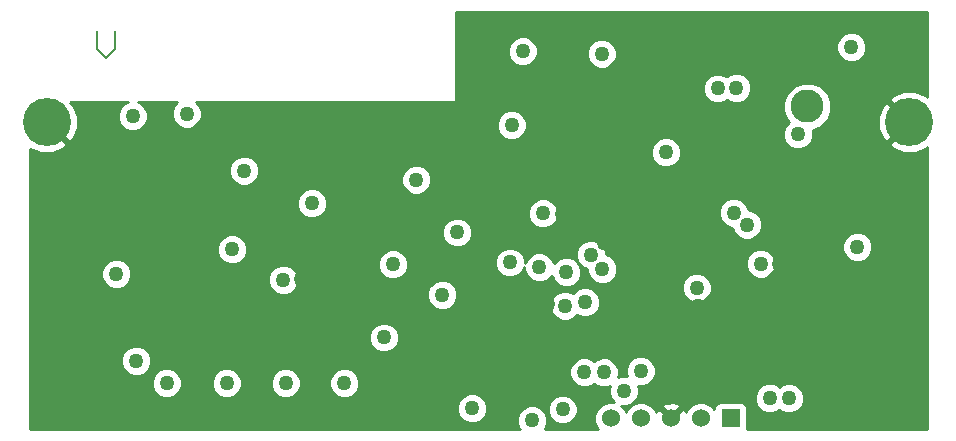
<source format=gbr>
G04 (created by PCBNEW-RS274X (2012-01-19 BZR 3256)-stable) date 5/26/2013 3:34:06 PM*
G01*
G70*
G90*
%MOIN*%
G04 Gerber Fmt 3.4, Leading zero omitted, Abs format*
%FSLAX34Y34*%
G04 APERTURE LIST*
%ADD10C,0.006000*%
%ADD11R,0.060000X0.060000*%
%ADD12C,0.060000*%
%ADD13C,0.160000*%
%ADD14C,0.110000*%
%ADD15C,0.050000*%
%ADD16C,0.007000*%
%ADD17C,0.010000*%
G04 APERTURE END LIST*
G54D10*
G54D11*
X33800Y-24000D03*
G54D12*
X32800Y-24000D03*
X31800Y-24000D03*
X30800Y-24000D03*
X29800Y-24000D03*
G54D13*
X39750Y-14120D03*
X11000Y-14120D03*
G54D14*
X36350Y-13600D03*
G54D15*
X29560Y-22460D03*
X36040Y-14520D03*
X28940Y-20120D03*
X28320Y-19120D03*
X31640Y-15120D03*
X27420Y-18960D03*
X26500Y-14220D03*
X26440Y-18800D03*
X22540Y-18860D03*
X24180Y-19880D03*
X26480Y-14960D03*
X35920Y-15800D03*
X28180Y-17200D03*
X15320Y-18760D03*
X24880Y-15160D03*
X33980Y-18340D03*
X38460Y-14220D03*
X39340Y-19500D03*
X36520Y-18740D03*
X34740Y-15120D03*
X34000Y-22060D03*
X32420Y-16360D03*
X32700Y-20260D03*
X14340Y-14500D03*
X13460Y-18060D03*
X19460Y-19340D03*
X32760Y-15340D03*
X35400Y-18840D03*
X17140Y-19060D03*
X24840Y-18560D03*
X17060Y-13980D03*
X36640Y-21120D03*
X34980Y-16740D03*
X23140Y-18420D03*
X29580Y-18140D03*
X27700Y-20200D03*
X36540Y-21860D03*
X37740Y-21260D03*
X17860Y-19400D03*
X15620Y-16420D03*
X12360Y-14340D03*
X30900Y-12240D03*
X13220Y-14220D03*
X11580Y-16620D03*
X20200Y-19360D03*
X30800Y-22420D03*
X35100Y-23320D03*
X15660Y-13840D03*
X28920Y-22460D03*
X30240Y-23080D03*
X22240Y-21300D03*
X25180Y-23660D03*
X27180Y-24060D03*
X19840Y-16820D03*
X13320Y-19180D03*
X32660Y-19640D03*
X29140Y-18540D03*
X17580Y-15740D03*
X23320Y-16040D03*
X38020Y-18280D03*
X35740Y-23320D03*
X33980Y-12980D03*
X34800Y-18840D03*
X29500Y-11840D03*
X34340Y-17540D03*
X24680Y-17800D03*
X18880Y-19380D03*
X33900Y-17140D03*
X13980Y-22080D03*
X33360Y-13000D03*
X27540Y-17160D03*
X15000Y-22820D03*
X28200Y-23700D03*
X17180Y-18360D03*
X37820Y-11620D03*
X29520Y-19020D03*
X28280Y-20240D03*
X20920Y-22820D03*
X17000Y-22820D03*
X13860Y-13920D03*
X18960Y-22820D03*
X26860Y-11760D03*
G54D16*
X12681Y-11676D02*
X12681Y-11076D01*
X13281Y-11676D02*
X12981Y-11976D01*
X13281Y-11076D02*
X13281Y-11676D01*
X12681Y-11676D02*
X12981Y-11976D01*
G54D10*
G36*
X40350Y-24350D02*
X38519Y-24350D01*
X38519Y-18379D01*
X38519Y-18181D01*
X38443Y-17998D01*
X38319Y-17873D01*
X38319Y-11719D01*
X38319Y-11521D01*
X38243Y-11338D01*
X38103Y-11197D01*
X37919Y-11121D01*
X37721Y-11121D01*
X37538Y-11197D01*
X37397Y-11337D01*
X37321Y-11521D01*
X37321Y-11719D01*
X37397Y-11902D01*
X37537Y-12043D01*
X37721Y-12119D01*
X37919Y-12119D01*
X38102Y-12043D01*
X38243Y-11903D01*
X38319Y-11719D01*
X38319Y-17873D01*
X38303Y-17857D01*
X38119Y-17781D01*
X37921Y-17781D01*
X37738Y-17857D01*
X37597Y-17997D01*
X37521Y-18181D01*
X37521Y-18379D01*
X37597Y-18562D01*
X37737Y-18703D01*
X37921Y-18779D01*
X38119Y-18779D01*
X38302Y-18703D01*
X38443Y-18563D01*
X38519Y-18379D01*
X38519Y-24350D01*
X37149Y-24350D01*
X37149Y-13760D01*
X37149Y-13442D01*
X37028Y-13148D01*
X36803Y-12923D01*
X36510Y-12801D01*
X36192Y-12801D01*
X35898Y-12922D01*
X35673Y-13147D01*
X35551Y-13440D01*
X35551Y-13758D01*
X35672Y-14052D01*
X35737Y-14117D01*
X35617Y-14237D01*
X35541Y-14421D01*
X35541Y-14619D01*
X35617Y-14802D01*
X35757Y-14943D01*
X35941Y-15019D01*
X36139Y-15019D01*
X36322Y-14943D01*
X36463Y-14803D01*
X36539Y-14619D01*
X36539Y-14421D01*
X36526Y-14391D01*
X36802Y-14278D01*
X37027Y-14053D01*
X37149Y-13760D01*
X37149Y-24350D01*
X36239Y-24350D01*
X36239Y-23419D01*
X36239Y-23221D01*
X36163Y-23038D01*
X36023Y-22897D01*
X35839Y-22821D01*
X35641Y-22821D01*
X35458Y-22897D01*
X35420Y-22934D01*
X35383Y-22897D01*
X35299Y-22862D01*
X35299Y-18939D01*
X35299Y-18741D01*
X35223Y-18558D01*
X35083Y-18417D01*
X34899Y-18341D01*
X34839Y-18341D01*
X34839Y-17639D01*
X34839Y-17441D01*
X34763Y-17258D01*
X34623Y-17117D01*
X34479Y-17057D01*
X34479Y-13079D01*
X34479Y-12881D01*
X34403Y-12698D01*
X34263Y-12557D01*
X34079Y-12481D01*
X33881Y-12481D01*
X33698Y-12557D01*
X33660Y-12594D01*
X33643Y-12577D01*
X33459Y-12501D01*
X33261Y-12501D01*
X33078Y-12577D01*
X32937Y-12717D01*
X32861Y-12901D01*
X32861Y-13099D01*
X32937Y-13282D01*
X33077Y-13423D01*
X33261Y-13499D01*
X33459Y-13499D01*
X33642Y-13423D01*
X33679Y-13385D01*
X33697Y-13403D01*
X33881Y-13479D01*
X34079Y-13479D01*
X34262Y-13403D01*
X34403Y-13263D01*
X34479Y-13079D01*
X34479Y-17057D01*
X34439Y-17041D01*
X34399Y-17041D01*
X34323Y-16858D01*
X34183Y-16717D01*
X33999Y-16641D01*
X33801Y-16641D01*
X33618Y-16717D01*
X33477Y-16857D01*
X33401Y-17041D01*
X33401Y-17239D01*
X33477Y-17422D01*
X33617Y-17563D01*
X33801Y-17639D01*
X33841Y-17639D01*
X33917Y-17822D01*
X34057Y-17963D01*
X34241Y-18039D01*
X34439Y-18039D01*
X34622Y-17963D01*
X34763Y-17823D01*
X34839Y-17639D01*
X34839Y-18341D01*
X34701Y-18341D01*
X34518Y-18417D01*
X34377Y-18557D01*
X34301Y-18741D01*
X34301Y-18939D01*
X34377Y-19122D01*
X34517Y-19263D01*
X34701Y-19339D01*
X34899Y-19339D01*
X35082Y-19263D01*
X35223Y-19123D01*
X35299Y-18939D01*
X35299Y-22862D01*
X35199Y-22821D01*
X35001Y-22821D01*
X34818Y-22897D01*
X34677Y-23037D01*
X34601Y-23221D01*
X34601Y-23419D01*
X34677Y-23602D01*
X34817Y-23743D01*
X35001Y-23819D01*
X35199Y-23819D01*
X35382Y-23743D01*
X35419Y-23705D01*
X35457Y-23743D01*
X35641Y-23819D01*
X35839Y-23819D01*
X36022Y-23743D01*
X36163Y-23603D01*
X36239Y-23419D01*
X36239Y-24350D01*
X34349Y-24350D01*
X34349Y-24251D01*
X34349Y-23651D01*
X34311Y-23559D01*
X34241Y-23489D01*
X34150Y-23451D01*
X34051Y-23451D01*
X33451Y-23451D01*
X33359Y-23489D01*
X33289Y-23559D01*
X33251Y-23650D01*
X33251Y-23675D01*
X33159Y-23583D01*
X33159Y-19739D01*
X33159Y-19541D01*
X33083Y-19358D01*
X32943Y-19217D01*
X32759Y-19141D01*
X32561Y-19141D01*
X32378Y-19217D01*
X32237Y-19357D01*
X32161Y-19541D01*
X32161Y-19739D01*
X32237Y-19922D01*
X32377Y-20063D01*
X32561Y-20139D01*
X32759Y-20139D01*
X32942Y-20063D01*
X33083Y-19923D01*
X33159Y-19739D01*
X33159Y-23583D01*
X33111Y-23535D01*
X32909Y-23451D01*
X32691Y-23451D01*
X32489Y-23535D01*
X32335Y-23689D01*
X32297Y-23780D01*
X32272Y-23719D01*
X32178Y-23692D01*
X32139Y-23731D01*
X32139Y-15219D01*
X32139Y-15021D01*
X32063Y-14838D01*
X31923Y-14697D01*
X31739Y-14621D01*
X31541Y-14621D01*
X31358Y-14697D01*
X31217Y-14837D01*
X31141Y-15021D01*
X31141Y-15219D01*
X31217Y-15402D01*
X31357Y-15543D01*
X31541Y-15619D01*
X31739Y-15619D01*
X31922Y-15543D01*
X32063Y-15403D01*
X32139Y-15219D01*
X32139Y-23731D01*
X32108Y-23762D01*
X32108Y-23622D01*
X32081Y-23528D01*
X31879Y-23457D01*
X31666Y-23468D01*
X31519Y-23528D01*
X31492Y-23622D01*
X31800Y-23929D01*
X32108Y-23622D01*
X32108Y-23762D01*
X31871Y-24000D01*
X31800Y-24071D01*
X31729Y-24000D01*
X31694Y-23965D01*
X31422Y-23692D01*
X31328Y-23719D01*
X31304Y-23784D01*
X31265Y-23689D01*
X31111Y-23535D01*
X30909Y-23451D01*
X30691Y-23451D01*
X30489Y-23535D01*
X30335Y-23689D01*
X30300Y-23773D01*
X30265Y-23689D01*
X30155Y-23579D01*
X30339Y-23579D01*
X30522Y-23503D01*
X30663Y-23363D01*
X30739Y-23179D01*
X30739Y-22981D01*
X30713Y-22919D01*
X30899Y-22919D01*
X31082Y-22843D01*
X31223Y-22703D01*
X31299Y-22519D01*
X31299Y-22321D01*
X31223Y-22138D01*
X31083Y-21997D01*
X30899Y-21921D01*
X30701Y-21921D01*
X30518Y-21997D01*
X30377Y-22137D01*
X30301Y-22321D01*
X30301Y-22519D01*
X30326Y-22581D01*
X30141Y-22581D01*
X30031Y-22626D01*
X30059Y-22559D01*
X30059Y-22361D01*
X30019Y-22264D01*
X30019Y-19119D01*
X30019Y-18921D01*
X29999Y-18872D01*
X29999Y-11939D01*
X29999Y-11741D01*
X29923Y-11558D01*
X29783Y-11417D01*
X29599Y-11341D01*
X29401Y-11341D01*
X29218Y-11417D01*
X29077Y-11557D01*
X29001Y-11741D01*
X29001Y-11939D01*
X29077Y-12122D01*
X29217Y-12263D01*
X29401Y-12339D01*
X29599Y-12339D01*
X29782Y-12263D01*
X29923Y-12123D01*
X29999Y-11939D01*
X29999Y-18872D01*
X29943Y-18738D01*
X29803Y-18597D01*
X29639Y-18529D01*
X29639Y-18441D01*
X29563Y-18258D01*
X29423Y-18117D01*
X29239Y-18041D01*
X29041Y-18041D01*
X28858Y-18117D01*
X28717Y-18257D01*
X28641Y-18441D01*
X28641Y-18639D01*
X28709Y-18804D01*
X28603Y-18697D01*
X28419Y-18621D01*
X28221Y-18621D01*
X28039Y-18696D01*
X28039Y-17259D01*
X28039Y-17061D01*
X27963Y-16878D01*
X27823Y-16737D01*
X27639Y-16661D01*
X27441Y-16661D01*
X27359Y-16695D01*
X27359Y-11859D01*
X27359Y-11661D01*
X27283Y-11478D01*
X27143Y-11337D01*
X26959Y-11261D01*
X26761Y-11261D01*
X26578Y-11337D01*
X26437Y-11477D01*
X26361Y-11661D01*
X26361Y-11859D01*
X26437Y-12042D01*
X26577Y-12183D01*
X26761Y-12259D01*
X26959Y-12259D01*
X27142Y-12183D01*
X27283Y-12043D01*
X27359Y-11859D01*
X27359Y-16695D01*
X27258Y-16737D01*
X27117Y-16877D01*
X27041Y-17061D01*
X27041Y-17259D01*
X27117Y-17442D01*
X27257Y-17583D01*
X27441Y-17659D01*
X27639Y-17659D01*
X27822Y-17583D01*
X27963Y-17443D01*
X28039Y-17259D01*
X28039Y-18696D01*
X28038Y-18697D01*
X27905Y-18828D01*
X27843Y-18678D01*
X27703Y-18537D01*
X27519Y-18461D01*
X27321Y-18461D01*
X27138Y-18537D01*
X26999Y-18675D01*
X26999Y-14319D01*
X26999Y-14121D01*
X26923Y-13938D01*
X26783Y-13797D01*
X26599Y-13721D01*
X26401Y-13721D01*
X26218Y-13797D01*
X26077Y-13937D01*
X26001Y-14121D01*
X26001Y-14319D01*
X26077Y-14502D01*
X26217Y-14643D01*
X26401Y-14719D01*
X26599Y-14719D01*
X26782Y-14643D01*
X26923Y-14503D01*
X26999Y-14319D01*
X26999Y-18675D01*
X26997Y-18677D01*
X26939Y-18817D01*
X26939Y-18701D01*
X26863Y-18518D01*
X26723Y-18377D01*
X26539Y-18301D01*
X26341Y-18301D01*
X26158Y-18377D01*
X26017Y-18517D01*
X25941Y-18701D01*
X25941Y-18899D01*
X26017Y-19082D01*
X26157Y-19223D01*
X26341Y-19299D01*
X26539Y-19299D01*
X26722Y-19223D01*
X26863Y-19083D01*
X26921Y-18942D01*
X26921Y-19059D01*
X26997Y-19242D01*
X27137Y-19383D01*
X27321Y-19459D01*
X27519Y-19459D01*
X27702Y-19383D01*
X27834Y-19251D01*
X27897Y-19402D01*
X28037Y-19543D01*
X28221Y-19619D01*
X28419Y-19619D01*
X28602Y-19543D01*
X28743Y-19403D01*
X28819Y-19219D01*
X28819Y-19021D01*
X28750Y-18855D01*
X28857Y-18963D01*
X29021Y-19030D01*
X29021Y-19119D01*
X29097Y-19302D01*
X29237Y-19443D01*
X29421Y-19519D01*
X29619Y-19519D01*
X29802Y-19443D01*
X29943Y-19303D01*
X30019Y-19119D01*
X30019Y-22264D01*
X29983Y-22178D01*
X29843Y-22037D01*
X29659Y-21961D01*
X29461Y-21961D01*
X29439Y-21970D01*
X29439Y-20219D01*
X29439Y-20021D01*
X29363Y-19838D01*
X29223Y-19697D01*
X29039Y-19621D01*
X28841Y-19621D01*
X28658Y-19697D01*
X28544Y-19809D01*
X28379Y-19741D01*
X28181Y-19741D01*
X27998Y-19817D01*
X27857Y-19957D01*
X27781Y-20141D01*
X27781Y-20339D01*
X27857Y-20522D01*
X27997Y-20663D01*
X28181Y-20739D01*
X28379Y-20739D01*
X28562Y-20663D01*
X28675Y-20550D01*
X28841Y-20619D01*
X29039Y-20619D01*
X29222Y-20543D01*
X29363Y-20403D01*
X29439Y-20219D01*
X29439Y-21970D01*
X29278Y-22037D01*
X29240Y-22074D01*
X29203Y-22037D01*
X29019Y-21961D01*
X28821Y-21961D01*
X28638Y-22037D01*
X28497Y-22177D01*
X28421Y-22361D01*
X28421Y-22559D01*
X28497Y-22742D01*
X28637Y-22883D01*
X28821Y-22959D01*
X29019Y-22959D01*
X29202Y-22883D01*
X29239Y-22845D01*
X29277Y-22883D01*
X29461Y-22959D01*
X29659Y-22959D01*
X29768Y-22913D01*
X29741Y-22981D01*
X29741Y-23179D01*
X29817Y-23362D01*
X29905Y-23451D01*
X29691Y-23451D01*
X29489Y-23535D01*
X29335Y-23689D01*
X29251Y-23891D01*
X29251Y-24109D01*
X29335Y-24311D01*
X29374Y-24350D01*
X28699Y-24350D01*
X28699Y-23799D01*
X28699Y-23601D01*
X28623Y-23418D01*
X28483Y-23277D01*
X28299Y-23201D01*
X28101Y-23201D01*
X27918Y-23277D01*
X27777Y-23417D01*
X27701Y-23601D01*
X27701Y-23799D01*
X27777Y-23982D01*
X27917Y-24123D01*
X28101Y-24199D01*
X28299Y-24199D01*
X28482Y-24123D01*
X28623Y-23983D01*
X28699Y-23799D01*
X28699Y-24350D01*
X27595Y-24350D01*
X27603Y-24343D01*
X27679Y-24159D01*
X27679Y-23961D01*
X27603Y-23778D01*
X27463Y-23637D01*
X27279Y-23561D01*
X27081Y-23561D01*
X26898Y-23637D01*
X26757Y-23777D01*
X26681Y-23961D01*
X26681Y-24159D01*
X26757Y-24342D01*
X26764Y-24350D01*
X25679Y-24350D01*
X25679Y-23759D01*
X25679Y-23561D01*
X25603Y-23378D01*
X25463Y-23237D01*
X25279Y-23161D01*
X25179Y-23161D01*
X25179Y-17899D01*
X25179Y-17701D01*
X25103Y-17518D01*
X24963Y-17377D01*
X24779Y-17301D01*
X24581Y-17301D01*
X24398Y-17377D01*
X24257Y-17517D01*
X24181Y-17701D01*
X24181Y-17899D01*
X24257Y-18082D01*
X24397Y-18223D01*
X24581Y-18299D01*
X24779Y-18299D01*
X24962Y-18223D01*
X25103Y-18083D01*
X25179Y-17899D01*
X25179Y-23161D01*
X25081Y-23161D01*
X24898Y-23237D01*
X24757Y-23377D01*
X24681Y-23561D01*
X24681Y-23759D01*
X24757Y-23942D01*
X24897Y-24083D01*
X25081Y-24159D01*
X25279Y-24159D01*
X25462Y-24083D01*
X25603Y-23943D01*
X25679Y-23759D01*
X25679Y-24350D01*
X24679Y-24350D01*
X24679Y-19979D01*
X24679Y-19781D01*
X24603Y-19598D01*
X24463Y-19457D01*
X24279Y-19381D01*
X24081Y-19381D01*
X23898Y-19457D01*
X23819Y-19535D01*
X23819Y-16139D01*
X23819Y-15941D01*
X23743Y-15758D01*
X23603Y-15617D01*
X23419Y-15541D01*
X23221Y-15541D01*
X23038Y-15617D01*
X22897Y-15757D01*
X22821Y-15941D01*
X22821Y-16139D01*
X22897Y-16322D01*
X23037Y-16463D01*
X23221Y-16539D01*
X23419Y-16539D01*
X23602Y-16463D01*
X23743Y-16323D01*
X23819Y-16139D01*
X23819Y-19535D01*
X23757Y-19597D01*
X23681Y-19781D01*
X23681Y-19979D01*
X23757Y-20162D01*
X23897Y-20303D01*
X24081Y-20379D01*
X24279Y-20379D01*
X24462Y-20303D01*
X24603Y-20163D01*
X24679Y-19979D01*
X24679Y-24350D01*
X23039Y-24350D01*
X23039Y-18959D01*
X23039Y-18761D01*
X22963Y-18578D01*
X22823Y-18437D01*
X22639Y-18361D01*
X22441Y-18361D01*
X22258Y-18437D01*
X22117Y-18577D01*
X22041Y-18761D01*
X22041Y-18959D01*
X22117Y-19142D01*
X22257Y-19283D01*
X22441Y-19359D01*
X22639Y-19359D01*
X22822Y-19283D01*
X22963Y-19143D01*
X23039Y-18959D01*
X23039Y-24350D01*
X22739Y-24350D01*
X22739Y-21399D01*
X22739Y-21201D01*
X22663Y-21018D01*
X22523Y-20877D01*
X22339Y-20801D01*
X22141Y-20801D01*
X21958Y-20877D01*
X21817Y-21017D01*
X21741Y-21201D01*
X21741Y-21399D01*
X21817Y-21582D01*
X21957Y-21723D01*
X22141Y-21799D01*
X22339Y-21799D01*
X22522Y-21723D01*
X22663Y-21583D01*
X22739Y-21399D01*
X22739Y-24350D01*
X21419Y-24350D01*
X21419Y-22919D01*
X21419Y-22721D01*
X21343Y-22538D01*
X21203Y-22397D01*
X21019Y-22321D01*
X20821Y-22321D01*
X20638Y-22397D01*
X20497Y-22537D01*
X20421Y-22721D01*
X20421Y-22919D01*
X20497Y-23102D01*
X20637Y-23243D01*
X20821Y-23319D01*
X21019Y-23319D01*
X21202Y-23243D01*
X21343Y-23103D01*
X21419Y-22919D01*
X21419Y-24350D01*
X20339Y-24350D01*
X20339Y-16919D01*
X20339Y-16721D01*
X20263Y-16538D01*
X20123Y-16397D01*
X19939Y-16321D01*
X19741Y-16321D01*
X19558Y-16397D01*
X19417Y-16537D01*
X19341Y-16721D01*
X19341Y-16919D01*
X19417Y-17102D01*
X19557Y-17243D01*
X19741Y-17319D01*
X19939Y-17319D01*
X20122Y-17243D01*
X20263Y-17103D01*
X20339Y-16919D01*
X20339Y-24350D01*
X19459Y-24350D01*
X19459Y-22919D01*
X19459Y-22721D01*
X19383Y-22538D01*
X19379Y-22533D01*
X19379Y-19479D01*
X19379Y-19281D01*
X19303Y-19098D01*
X19163Y-18957D01*
X18979Y-18881D01*
X18781Y-18881D01*
X18598Y-18957D01*
X18457Y-19097D01*
X18381Y-19281D01*
X18381Y-19479D01*
X18457Y-19662D01*
X18597Y-19803D01*
X18781Y-19879D01*
X18979Y-19879D01*
X19162Y-19803D01*
X19303Y-19663D01*
X19379Y-19479D01*
X19379Y-22533D01*
X19243Y-22397D01*
X19059Y-22321D01*
X18861Y-22321D01*
X18678Y-22397D01*
X18537Y-22537D01*
X18461Y-22721D01*
X18461Y-22919D01*
X18537Y-23102D01*
X18677Y-23243D01*
X18861Y-23319D01*
X19059Y-23319D01*
X19242Y-23243D01*
X19383Y-23103D01*
X19459Y-22919D01*
X19459Y-24350D01*
X18079Y-24350D01*
X18079Y-15839D01*
X18079Y-15641D01*
X18003Y-15458D01*
X17863Y-15317D01*
X17679Y-15241D01*
X17481Y-15241D01*
X17298Y-15317D01*
X17157Y-15457D01*
X17081Y-15641D01*
X17081Y-15839D01*
X17157Y-16022D01*
X17297Y-16163D01*
X17481Y-16239D01*
X17679Y-16239D01*
X17862Y-16163D01*
X18003Y-16023D01*
X18079Y-15839D01*
X18079Y-24350D01*
X17679Y-24350D01*
X17679Y-18459D01*
X17679Y-18261D01*
X17603Y-18078D01*
X17463Y-17937D01*
X17279Y-17861D01*
X17081Y-17861D01*
X16898Y-17937D01*
X16757Y-18077D01*
X16681Y-18261D01*
X16681Y-18459D01*
X16757Y-18642D01*
X16897Y-18783D01*
X17081Y-18859D01*
X17279Y-18859D01*
X17462Y-18783D01*
X17603Y-18643D01*
X17679Y-18459D01*
X17679Y-24350D01*
X17499Y-24350D01*
X17499Y-22919D01*
X17499Y-22721D01*
X17423Y-22538D01*
X17283Y-22397D01*
X17099Y-22321D01*
X16901Y-22321D01*
X16718Y-22397D01*
X16577Y-22537D01*
X16501Y-22721D01*
X16501Y-22919D01*
X16577Y-23102D01*
X16717Y-23243D01*
X16901Y-23319D01*
X17099Y-23319D01*
X17282Y-23243D01*
X17423Y-23103D01*
X17499Y-22919D01*
X17499Y-24350D01*
X15499Y-24350D01*
X15499Y-22919D01*
X15499Y-22721D01*
X15423Y-22538D01*
X15283Y-22397D01*
X15099Y-22321D01*
X14901Y-22321D01*
X14718Y-22397D01*
X14577Y-22537D01*
X14501Y-22721D01*
X14501Y-22919D01*
X14577Y-23102D01*
X14717Y-23243D01*
X14901Y-23319D01*
X15099Y-23319D01*
X15282Y-23243D01*
X15423Y-23103D01*
X15499Y-22919D01*
X15499Y-24350D01*
X14479Y-24350D01*
X14479Y-22179D01*
X14479Y-21981D01*
X14403Y-21798D01*
X14263Y-21657D01*
X14079Y-21581D01*
X13881Y-21581D01*
X13819Y-21606D01*
X13819Y-19279D01*
X13819Y-19081D01*
X13743Y-18898D01*
X13603Y-18757D01*
X13419Y-18681D01*
X13221Y-18681D01*
X13038Y-18757D01*
X12897Y-18897D01*
X12821Y-19081D01*
X12821Y-19279D01*
X12897Y-19462D01*
X13037Y-19603D01*
X13221Y-19679D01*
X13419Y-19679D01*
X13602Y-19603D01*
X13743Y-19463D01*
X13819Y-19279D01*
X13819Y-21606D01*
X13698Y-21657D01*
X13557Y-21797D01*
X13481Y-21981D01*
X13481Y-22179D01*
X13557Y-22362D01*
X13697Y-22503D01*
X13881Y-22579D01*
X14079Y-22579D01*
X14262Y-22503D01*
X14403Y-22363D01*
X14479Y-22179D01*
X14479Y-24350D01*
X12030Y-24350D01*
X10450Y-24350D01*
X10450Y-15007D01*
X10804Y-15150D01*
X11214Y-15147D01*
X11576Y-14997D01*
X11662Y-14853D01*
X11035Y-14226D01*
X11000Y-14191D01*
X10929Y-14120D01*
X11000Y-14049D01*
X11071Y-14120D01*
X11106Y-14155D01*
X11733Y-14782D01*
X11877Y-14696D01*
X12030Y-14316D01*
X12027Y-13906D01*
X11877Y-13544D01*
X11777Y-13484D01*
X11811Y-13450D01*
X13691Y-13450D01*
X13578Y-13497D01*
X13437Y-13637D01*
X13361Y-13821D01*
X13361Y-14019D01*
X13437Y-14202D01*
X13577Y-14343D01*
X13761Y-14419D01*
X13959Y-14419D01*
X14142Y-14343D01*
X14283Y-14203D01*
X14359Y-14019D01*
X14359Y-13821D01*
X14283Y-13638D01*
X14143Y-13497D01*
X14029Y-13450D01*
X15344Y-13450D01*
X15237Y-13557D01*
X15161Y-13741D01*
X15161Y-13939D01*
X15237Y-14122D01*
X15377Y-14263D01*
X15561Y-14339D01*
X15759Y-14339D01*
X15942Y-14263D01*
X16083Y-14123D01*
X16159Y-13939D01*
X16159Y-13741D01*
X16083Y-13558D01*
X15975Y-13450D01*
X24650Y-13450D01*
X24650Y-10450D01*
X40350Y-10450D01*
X40350Y-13283D01*
X40326Y-13243D01*
X39946Y-13090D01*
X39536Y-13093D01*
X39174Y-13243D01*
X39088Y-13387D01*
X39715Y-14014D01*
X39750Y-14049D01*
X39821Y-14120D01*
X39750Y-14191D01*
X39715Y-14226D01*
X39679Y-14262D01*
X39679Y-14120D01*
X39017Y-13458D01*
X38873Y-13544D01*
X38720Y-13924D01*
X38723Y-14334D01*
X38873Y-14696D01*
X39017Y-14782D01*
X39679Y-14120D01*
X39679Y-14262D01*
X39088Y-14853D01*
X39174Y-14997D01*
X39554Y-15150D01*
X39964Y-15147D01*
X40326Y-14997D01*
X40350Y-14956D01*
X40350Y-24350D01*
X40350Y-24350D01*
G37*
G54D17*
X40350Y-24350D02*
X38519Y-24350D01*
X38519Y-18379D01*
X38519Y-18181D01*
X38443Y-17998D01*
X38319Y-17873D01*
X38319Y-11719D01*
X38319Y-11521D01*
X38243Y-11338D01*
X38103Y-11197D01*
X37919Y-11121D01*
X37721Y-11121D01*
X37538Y-11197D01*
X37397Y-11337D01*
X37321Y-11521D01*
X37321Y-11719D01*
X37397Y-11902D01*
X37537Y-12043D01*
X37721Y-12119D01*
X37919Y-12119D01*
X38102Y-12043D01*
X38243Y-11903D01*
X38319Y-11719D01*
X38319Y-17873D01*
X38303Y-17857D01*
X38119Y-17781D01*
X37921Y-17781D01*
X37738Y-17857D01*
X37597Y-17997D01*
X37521Y-18181D01*
X37521Y-18379D01*
X37597Y-18562D01*
X37737Y-18703D01*
X37921Y-18779D01*
X38119Y-18779D01*
X38302Y-18703D01*
X38443Y-18563D01*
X38519Y-18379D01*
X38519Y-24350D01*
X37149Y-24350D01*
X37149Y-13760D01*
X37149Y-13442D01*
X37028Y-13148D01*
X36803Y-12923D01*
X36510Y-12801D01*
X36192Y-12801D01*
X35898Y-12922D01*
X35673Y-13147D01*
X35551Y-13440D01*
X35551Y-13758D01*
X35672Y-14052D01*
X35737Y-14117D01*
X35617Y-14237D01*
X35541Y-14421D01*
X35541Y-14619D01*
X35617Y-14802D01*
X35757Y-14943D01*
X35941Y-15019D01*
X36139Y-15019D01*
X36322Y-14943D01*
X36463Y-14803D01*
X36539Y-14619D01*
X36539Y-14421D01*
X36526Y-14391D01*
X36802Y-14278D01*
X37027Y-14053D01*
X37149Y-13760D01*
X37149Y-24350D01*
X36239Y-24350D01*
X36239Y-23419D01*
X36239Y-23221D01*
X36163Y-23038D01*
X36023Y-22897D01*
X35839Y-22821D01*
X35641Y-22821D01*
X35458Y-22897D01*
X35420Y-22934D01*
X35383Y-22897D01*
X35299Y-22862D01*
X35299Y-18939D01*
X35299Y-18741D01*
X35223Y-18558D01*
X35083Y-18417D01*
X34899Y-18341D01*
X34839Y-18341D01*
X34839Y-17639D01*
X34839Y-17441D01*
X34763Y-17258D01*
X34623Y-17117D01*
X34479Y-17057D01*
X34479Y-13079D01*
X34479Y-12881D01*
X34403Y-12698D01*
X34263Y-12557D01*
X34079Y-12481D01*
X33881Y-12481D01*
X33698Y-12557D01*
X33660Y-12594D01*
X33643Y-12577D01*
X33459Y-12501D01*
X33261Y-12501D01*
X33078Y-12577D01*
X32937Y-12717D01*
X32861Y-12901D01*
X32861Y-13099D01*
X32937Y-13282D01*
X33077Y-13423D01*
X33261Y-13499D01*
X33459Y-13499D01*
X33642Y-13423D01*
X33679Y-13385D01*
X33697Y-13403D01*
X33881Y-13479D01*
X34079Y-13479D01*
X34262Y-13403D01*
X34403Y-13263D01*
X34479Y-13079D01*
X34479Y-17057D01*
X34439Y-17041D01*
X34399Y-17041D01*
X34323Y-16858D01*
X34183Y-16717D01*
X33999Y-16641D01*
X33801Y-16641D01*
X33618Y-16717D01*
X33477Y-16857D01*
X33401Y-17041D01*
X33401Y-17239D01*
X33477Y-17422D01*
X33617Y-17563D01*
X33801Y-17639D01*
X33841Y-17639D01*
X33917Y-17822D01*
X34057Y-17963D01*
X34241Y-18039D01*
X34439Y-18039D01*
X34622Y-17963D01*
X34763Y-17823D01*
X34839Y-17639D01*
X34839Y-18341D01*
X34701Y-18341D01*
X34518Y-18417D01*
X34377Y-18557D01*
X34301Y-18741D01*
X34301Y-18939D01*
X34377Y-19122D01*
X34517Y-19263D01*
X34701Y-19339D01*
X34899Y-19339D01*
X35082Y-19263D01*
X35223Y-19123D01*
X35299Y-18939D01*
X35299Y-22862D01*
X35199Y-22821D01*
X35001Y-22821D01*
X34818Y-22897D01*
X34677Y-23037D01*
X34601Y-23221D01*
X34601Y-23419D01*
X34677Y-23602D01*
X34817Y-23743D01*
X35001Y-23819D01*
X35199Y-23819D01*
X35382Y-23743D01*
X35419Y-23705D01*
X35457Y-23743D01*
X35641Y-23819D01*
X35839Y-23819D01*
X36022Y-23743D01*
X36163Y-23603D01*
X36239Y-23419D01*
X36239Y-24350D01*
X34349Y-24350D01*
X34349Y-24251D01*
X34349Y-23651D01*
X34311Y-23559D01*
X34241Y-23489D01*
X34150Y-23451D01*
X34051Y-23451D01*
X33451Y-23451D01*
X33359Y-23489D01*
X33289Y-23559D01*
X33251Y-23650D01*
X33251Y-23675D01*
X33159Y-23583D01*
X33159Y-19739D01*
X33159Y-19541D01*
X33083Y-19358D01*
X32943Y-19217D01*
X32759Y-19141D01*
X32561Y-19141D01*
X32378Y-19217D01*
X32237Y-19357D01*
X32161Y-19541D01*
X32161Y-19739D01*
X32237Y-19922D01*
X32377Y-20063D01*
X32561Y-20139D01*
X32759Y-20139D01*
X32942Y-20063D01*
X33083Y-19923D01*
X33159Y-19739D01*
X33159Y-23583D01*
X33111Y-23535D01*
X32909Y-23451D01*
X32691Y-23451D01*
X32489Y-23535D01*
X32335Y-23689D01*
X32297Y-23780D01*
X32272Y-23719D01*
X32178Y-23692D01*
X32139Y-23731D01*
X32139Y-15219D01*
X32139Y-15021D01*
X32063Y-14838D01*
X31923Y-14697D01*
X31739Y-14621D01*
X31541Y-14621D01*
X31358Y-14697D01*
X31217Y-14837D01*
X31141Y-15021D01*
X31141Y-15219D01*
X31217Y-15402D01*
X31357Y-15543D01*
X31541Y-15619D01*
X31739Y-15619D01*
X31922Y-15543D01*
X32063Y-15403D01*
X32139Y-15219D01*
X32139Y-23731D01*
X32108Y-23762D01*
X32108Y-23622D01*
X32081Y-23528D01*
X31879Y-23457D01*
X31666Y-23468D01*
X31519Y-23528D01*
X31492Y-23622D01*
X31800Y-23929D01*
X32108Y-23622D01*
X32108Y-23762D01*
X31871Y-24000D01*
X31800Y-24071D01*
X31729Y-24000D01*
X31694Y-23965D01*
X31422Y-23692D01*
X31328Y-23719D01*
X31304Y-23784D01*
X31265Y-23689D01*
X31111Y-23535D01*
X30909Y-23451D01*
X30691Y-23451D01*
X30489Y-23535D01*
X30335Y-23689D01*
X30300Y-23773D01*
X30265Y-23689D01*
X30155Y-23579D01*
X30339Y-23579D01*
X30522Y-23503D01*
X30663Y-23363D01*
X30739Y-23179D01*
X30739Y-22981D01*
X30713Y-22919D01*
X30899Y-22919D01*
X31082Y-22843D01*
X31223Y-22703D01*
X31299Y-22519D01*
X31299Y-22321D01*
X31223Y-22138D01*
X31083Y-21997D01*
X30899Y-21921D01*
X30701Y-21921D01*
X30518Y-21997D01*
X30377Y-22137D01*
X30301Y-22321D01*
X30301Y-22519D01*
X30326Y-22581D01*
X30141Y-22581D01*
X30031Y-22626D01*
X30059Y-22559D01*
X30059Y-22361D01*
X30019Y-22264D01*
X30019Y-19119D01*
X30019Y-18921D01*
X29999Y-18872D01*
X29999Y-11939D01*
X29999Y-11741D01*
X29923Y-11558D01*
X29783Y-11417D01*
X29599Y-11341D01*
X29401Y-11341D01*
X29218Y-11417D01*
X29077Y-11557D01*
X29001Y-11741D01*
X29001Y-11939D01*
X29077Y-12122D01*
X29217Y-12263D01*
X29401Y-12339D01*
X29599Y-12339D01*
X29782Y-12263D01*
X29923Y-12123D01*
X29999Y-11939D01*
X29999Y-18872D01*
X29943Y-18738D01*
X29803Y-18597D01*
X29639Y-18529D01*
X29639Y-18441D01*
X29563Y-18258D01*
X29423Y-18117D01*
X29239Y-18041D01*
X29041Y-18041D01*
X28858Y-18117D01*
X28717Y-18257D01*
X28641Y-18441D01*
X28641Y-18639D01*
X28709Y-18804D01*
X28603Y-18697D01*
X28419Y-18621D01*
X28221Y-18621D01*
X28039Y-18696D01*
X28039Y-17259D01*
X28039Y-17061D01*
X27963Y-16878D01*
X27823Y-16737D01*
X27639Y-16661D01*
X27441Y-16661D01*
X27359Y-16695D01*
X27359Y-11859D01*
X27359Y-11661D01*
X27283Y-11478D01*
X27143Y-11337D01*
X26959Y-11261D01*
X26761Y-11261D01*
X26578Y-11337D01*
X26437Y-11477D01*
X26361Y-11661D01*
X26361Y-11859D01*
X26437Y-12042D01*
X26577Y-12183D01*
X26761Y-12259D01*
X26959Y-12259D01*
X27142Y-12183D01*
X27283Y-12043D01*
X27359Y-11859D01*
X27359Y-16695D01*
X27258Y-16737D01*
X27117Y-16877D01*
X27041Y-17061D01*
X27041Y-17259D01*
X27117Y-17442D01*
X27257Y-17583D01*
X27441Y-17659D01*
X27639Y-17659D01*
X27822Y-17583D01*
X27963Y-17443D01*
X28039Y-17259D01*
X28039Y-18696D01*
X28038Y-18697D01*
X27905Y-18828D01*
X27843Y-18678D01*
X27703Y-18537D01*
X27519Y-18461D01*
X27321Y-18461D01*
X27138Y-18537D01*
X26999Y-18675D01*
X26999Y-14319D01*
X26999Y-14121D01*
X26923Y-13938D01*
X26783Y-13797D01*
X26599Y-13721D01*
X26401Y-13721D01*
X26218Y-13797D01*
X26077Y-13937D01*
X26001Y-14121D01*
X26001Y-14319D01*
X26077Y-14502D01*
X26217Y-14643D01*
X26401Y-14719D01*
X26599Y-14719D01*
X26782Y-14643D01*
X26923Y-14503D01*
X26999Y-14319D01*
X26999Y-18675D01*
X26997Y-18677D01*
X26939Y-18817D01*
X26939Y-18701D01*
X26863Y-18518D01*
X26723Y-18377D01*
X26539Y-18301D01*
X26341Y-18301D01*
X26158Y-18377D01*
X26017Y-18517D01*
X25941Y-18701D01*
X25941Y-18899D01*
X26017Y-19082D01*
X26157Y-19223D01*
X26341Y-19299D01*
X26539Y-19299D01*
X26722Y-19223D01*
X26863Y-19083D01*
X26921Y-18942D01*
X26921Y-19059D01*
X26997Y-19242D01*
X27137Y-19383D01*
X27321Y-19459D01*
X27519Y-19459D01*
X27702Y-19383D01*
X27834Y-19251D01*
X27897Y-19402D01*
X28037Y-19543D01*
X28221Y-19619D01*
X28419Y-19619D01*
X28602Y-19543D01*
X28743Y-19403D01*
X28819Y-19219D01*
X28819Y-19021D01*
X28750Y-18855D01*
X28857Y-18963D01*
X29021Y-19030D01*
X29021Y-19119D01*
X29097Y-19302D01*
X29237Y-19443D01*
X29421Y-19519D01*
X29619Y-19519D01*
X29802Y-19443D01*
X29943Y-19303D01*
X30019Y-19119D01*
X30019Y-22264D01*
X29983Y-22178D01*
X29843Y-22037D01*
X29659Y-21961D01*
X29461Y-21961D01*
X29439Y-21970D01*
X29439Y-20219D01*
X29439Y-20021D01*
X29363Y-19838D01*
X29223Y-19697D01*
X29039Y-19621D01*
X28841Y-19621D01*
X28658Y-19697D01*
X28544Y-19809D01*
X28379Y-19741D01*
X28181Y-19741D01*
X27998Y-19817D01*
X27857Y-19957D01*
X27781Y-20141D01*
X27781Y-20339D01*
X27857Y-20522D01*
X27997Y-20663D01*
X28181Y-20739D01*
X28379Y-20739D01*
X28562Y-20663D01*
X28675Y-20550D01*
X28841Y-20619D01*
X29039Y-20619D01*
X29222Y-20543D01*
X29363Y-20403D01*
X29439Y-20219D01*
X29439Y-21970D01*
X29278Y-22037D01*
X29240Y-22074D01*
X29203Y-22037D01*
X29019Y-21961D01*
X28821Y-21961D01*
X28638Y-22037D01*
X28497Y-22177D01*
X28421Y-22361D01*
X28421Y-22559D01*
X28497Y-22742D01*
X28637Y-22883D01*
X28821Y-22959D01*
X29019Y-22959D01*
X29202Y-22883D01*
X29239Y-22845D01*
X29277Y-22883D01*
X29461Y-22959D01*
X29659Y-22959D01*
X29768Y-22913D01*
X29741Y-22981D01*
X29741Y-23179D01*
X29817Y-23362D01*
X29905Y-23451D01*
X29691Y-23451D01*
X29489Y-23535D01*
X29335Y-23689D01*
X29251Y-23891D01*
X29251Y-24109D01*
X29335Y-24311D01*
X29374Y-24350D01*
X28699Y-24350D01*
X28699Y-23799D01*
X28699Y-23601D01*
X28623Y-23418D01*
X28483Y-23277D01*
X28299Y-23201D01*
X28101Y-23201D01*
X27918Y-23277D01*
X27777Y-23417D01*
X27701Y-23601D01*
X27701Y-23799D01*
X27777Y-23982D01*
X27917Y-24123D01*
X28101Y-24199D01*
X28299Y-24199D01*
X28482Y-24123D01*
X28623Y-23983D01*
X28699Y-23799D01*
X28699Y-24350D01*
X27595Y-24350D01*
X27603Y-24343D01*
X27679Y-24159D01*
X27679Y-23961D01*
X27603Y-23778D01*
X27463Y-23637D01*
X27279Y-23561D01*
X27081Y-23561D01*
X26898Y-23637D01*
X26757Y-23777D01*
X26681Y-23961D01*
X26681Y-24159D01*
X26757Y-24342D01*
X26764Y-24350D01*
X25679Y-24350D01*
X25679Y-23759D01*
X25679Y-23561D01*
X25603Y-23378D01*
X25463Y-23237D01*
X25279Y-23161D01*
X25179Y-23161D01*
X25179Y-17899D01*
X25179Y-17701D01*
X25103Y-17518D01*
X24963Y-17377D01*
X24779Y-17301D01*
X24581Y-17301D01*
X24398Y-17377D01*
X24257Y-17517D01*
X24181Y-17701D01*
X24181Y-17899D01*
X24257Y-18082D01*
X24397Y-18223D01*
X24581Y-18299D01*
X24779Y-18299D01*
X24962Y-18223D01*
X25103Y-18083D01*
X25179Y-17899D01*
X25179Y-23161D01*
X25081Y-23161D01*
X24898Y-23237D01*
X24757Y-23377D01*
X24681Y-23561D01*
X24681Y-23759D01*
X24757Y-23942D01*
X24897Y-24083D01*
X25081Y-24159D01*
X25279Y-24159D01*
X25462Y-24083D01*
X25603Y-23943D01*
X25679Y-23759D01*
X25679Y-24350D01*
X24679Y-24350D01*
X24679Y-19979D01*
X24679Y-19781D01*
X24603Y-19598D01*
X24463Y-19457D01*
X24279Y-19381D01*
X24081Y-19381D01*
X23898Y-19457D01*
X23819Y-19535D01*
X23819Y-16139D01*
X23819Y-15941D01*
X23743Y-15758D01*
X23603Y-15617D01*
X23419Y-15541D01*
X23221Y-15541D01*
X23038Y-15617D01*
X22897Y-15757D01*
X22821Y-15941D01*
X22821Y-16139D01*
X22897Y-16322D01*
X23037Y-16463D01*
X23221Y-16539D01*
X23419Y-16539D01*
X23602Y-16463D01*
X23743Y-16323D01*
X23819Y-16139D01*
X23819Y-19535D01*
X23757Y-19597D01*
X23681Y-19781D01*
X23681Y-19979D01*
X23757Y-20162D01*
X23897Y-20303D01*
X24081Y-20379D01*
X24279Y-20379D01*
X24462Y-20303D01*
X24603Y-20163D01*
X24679Y-19979D01*
X24679Y-24350D01*
X23039Y-24350D01*
X23039Y-18959D01*
X23039Y-18761D01*
X22963Y-18578D01*
X22823Y-18437D01*
X22639Y-18361D01*
X22441Y-18361D01*
X22258Y-18437D01*
X22117Y-18577D01*
X22041Y-18761D01*
X22041Y-18959D01*
X22117Y-19142D01*
X22257Y-19283D01*
X22441Y-19359D01*
X22639Y-19359D01*
X22822Y-19283D01*
X22963Y-19143D01*
X23039Y-18959D01*
X23039Y-24350D01*
X22739Y-24350D01*
X22739Y-21399D01*
X22739Y-21201D01*
X22663Y-21018D01*
X22523Y-20877D01*
X22339Y-20801D01*
X22141Y-20801D01*
X21958Y-20877D01*
X21817Y-21017D01*
X21741Y-21201D01*
X21741Y-21399D01*
X21817Y-21582D01*
X21957Y-21723D01*
X22141Y-21799D01*
X22339Y-21799D01*
X22522Y-21723D01*
X22663Y-21583D01*
X22739Y-21399D01*
X22739Y-24350D01*
X21419Y-24350D01*
X21419Y-22919D01*
X21419Y-22721D01*
X21343Y-22538D01*
X21203Y-22397D01*
X21019Y-22321D01*
X20821Y-22321D01*
X20638Y-22397D01*
X20497Y-22537D01*
X20421Y-22721D01*
X20421Y-22919D01*
X20497Y-23102D01*
X20637Y-23243D01*
X20821Y-23319D01*
X21019Y-23319D01*
X21202Y-23243D01*
X21343Y-23103D01*
X21419Y-22919D01*
X21419Y-24350D01*
X20339Y-24350D01*
X20339Y-16919D01*
X20339Y-16721D01*
X20263Y-16538D01*
X20123Y-16397D01*
X19939Y-16321D01*
X19741Y-16321D01*
X19558Y-16397D01*
X19417Y-16537D01*
X19341Y-16721D01*
X19341Y-16919D01*
X19417Y-17102D01*
X19557Y-17243D01*
X19741Y-17319D01*
X19939Y-17319D01*
X20122Y-17243D01*
X20263Y-17103D01*
X20339Y-16919D01*
X20339Y-24350D01*
X19459Y-24350D01*
X19459Y-22919D01*
X19459Y-22721D01*
X19383Y-22538D01*
X19379Y-22533D01*
X19379Y-19479D01*
X19379Y-19281D01*
X19303Y-19098D01*
X19163Y-18957D01*
X18979Y-18881D01*
X18781Y-18881D01*
X18598Y-18957D01*
X18457Y-19097D01*
X18381Y-19281D01*
X18381Y-19479D01*
X18457Y-19662D01*
X18597Y-19803D01*
X18781Y-19879D01*
X18979Y-19879D01*
X19162Y-19803D01*
X19303Y-19663D01*
X19379Y-19479D01*
X19379Y-22533D01*
X19243Y-22397D01*
X19059Y-22321D01*
X18861Y-22321D01*
X18678Y-22397D01*
X18537Y-22537D01*
X18461Y-22721D01*
X18461Y-22919D01*
X18537Y-23102D01*
X18677Y-23243D01*
X18861Y-23319D01*
X19059Y-23319D01*
X19242Y-23243D01*
X19383Y-23103D01*
X19459Y-22919D01*
X19459Y-24350D01*
X18079Y-24350D01*
X18079Y-15839D01*
X18079Y-15641D01*
X18003Y-15458D01*
X17863Y-15317D01*
X17679Y-15241D01*
X17481Y-15241D01*
X17298Y-15317D01*
X17157Y-15457D01*
X17081Y-15641D01*
X17081Y-15839D01*
X17157Y-16022D01*
X17297Y-16163D01*
X17481Y-16239D01*
X17679Y-16239D01*
X17862Y-16163D01*
X18003Y-16023D01*
X18079Y-15839D01*
X18079Y-24350D01*
X17679Y-24350D01*
X17679Y-18459D01*
X17679Y-18261D01*
X17603Y-18078D01*
X17463Y-17937D01*
X17279Y-17861D01*
X17081Y-17861D01*
X16898Y-17937D01*
X16757Y-18077D01*
X16681Y-18261D01*
X16681Y-18459D01*
X16757Y-18642D01*
X16897Y-18783D01*
X17081Y-18859D01*
X17279Y-18859D01*
X17462Y-18783D01*
X17603Y-18643D01*
X17679Y-18459D01*
X17679Y-24350D01*
X17499Y-24350D01*
X17499Y-22919D01*
X17499Y-22721D01*
X17423Y-22538D01*
X17283Y-22397D01*
X17099Y-22321D01*
X16901Y-22321D01*
X16718Y-22397D01*
X16577Y-22537D01*
X16501Y-22721D01*
X16501Y-22919D01*
X16577Y-23102D01*
X16717Y-23243D01*
X16901Y-23319D01*
X17099Y-23319D01*
X17282Y-23243D01*
X17423Y-23103D01*
X17499Y-22919D01*
X17499Y-24350D01*
X15499Y-24350D01*
X15499Y-22919D01*
X15499Y-22721D01*
X15423Y-22538D01*
X15283Y-22397D01*
X15099Y-22321D01*
X14901Y-22321D01*
X14718Y-22397D01*
X14577Y-22537D01*
X14501Y-22721D01*
X14501Y-22919D01*
X14577Y-23102D01*
X14717Y-23243D01*
X14901Y-23319D01*
X15099Y-23319D01*
X15282Y-23243D01*
X15423Y-23103D01*
X15499Y-22919D01*
X15499Y-24350D01*
X14479Y-24350D01*
X14479Y-22179D01*
X14479Y-21981D01*
X14403Y-21798D01*
X14263Y-21657D01*
X14079Y-21581D01*
X13881Y-21581D01*
X13819Y-21606D01*
X13819Y-19279D01*
X13819Y-19081D01*
X13743Y-18898D01*
X13603Y-18757D01*
X13419Y-18681D01*
X13221Y-18681D01*
X13038Y-18757D01*
X12897Y-18897D01*
X12821Y-19081D01*
X12821Y-19279D01*
X12897Y-19462D01*
X13037Y-19603D01*
X13221Y-19679D01*
X13419Y-19679D01*
X13602Y-19603D01*
X13743Y-19463D01*
X13819Y-19279D01*
X13819Y-21606D01*
X13698Y-21657D01*
X13557Y-21797D01*
X13481Y-21981D01*
X13481Y-22179D01*
X13557Y-22362D01*
X13697Y-22503D01*
X13881Y-22579D01*
X14079Y-22579D01*
X14262Y-22503D01*
X14403Y-22363D01*
X14479Y-22179D01*
X14479Y-24350D01*
X12030Y-24350D01*
X10450Y-24350D01*
X10450Y-15007D01*
X10804Y-15150D01*
X11214Y-15147D01*
X11576Y-14997D01*
X11662Y-14853D01*
X11035Y-14226D01*
X11000Y-14191D01*
X10929Y-14120D01*
X11000Y-14049D01*
X11071Y-14120D01*
X11106Y-14155D01*
X11733Y-14782D01*
X11877Y-14696D01*
X12030Y-14316D01*
X12027Y-13906D01*
X11877Y-13544D01*
X11777Y-13484D01*
X11811Y-13450D01*
X13691Y-13450D01*
X13578Y-13497D01*
X13437Y-13637D01*
X13361Y-13821D01*
X13361Y-14019D01*
X13437Y-14202D01*
X13577Y-14343D01*
X13761Y-14419D01*
X13959Y-14419D01*
X14142Y-14343D01*
X14283Y-14203D01*
X14359Y-14019D01*
X14359Y-13821D01*
X14283Y-13638D01*
X14143Y-13497D01*
X14029Y-13450D01*
X15344Y-13450D01*
X15237Y-13557D01*
X15161Y-13741D01*
X15161Y-13939D01*
X15237Y-14122D01*
X15377Y-14263D01*
X15561Y-14339D01*
X15759Y-14339D01*
X15942Y-14263D01*
X16083Y-14123D01*
X16159Y-13939D01*
X16159Y-13741D01*
X16083Y-13558D01*
X15975Y-13450D01*
X24650Y-13450D01*
X24650Y-10450D01*
X40350Y-10450D01*
X40350Y-13283D01*
X40326Y-13243D01*
X39946Y-13090D01*
X39536Y-13093D01*
X39174Y-13243D01*
X39088Y-13387D01*
X39715Y-14014D01*
X39750Y-14049D01*
X39821Y-14120D01*
X39750Y-14191D01*
X39715Y-14226D01*
X39679Y-14262D01*
X39679Y-14120D01*
X39017Y-13458D01*
X38873Y-13544D01*
X38720Y-13924D01*
X38723Y-14334D01*
X38873Y-14696D01*
X39017Y-14782D01*
X39679Y-14120D01*
X39679Y-14262D01*
X39088Y-14853D01*
X39174Y-14997D01*
X39554Y-15150D01*
X39964Y-15147D01*
X40326Y-14997D01*
X40350Y-14956D01*
X40350Y-24350D01*
M02*

</source>
